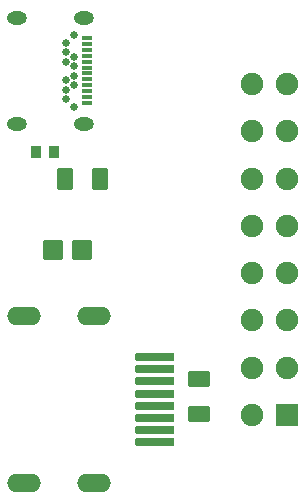
<source format=gts>
G04 Layer: TopSolderMaskLayer*
G04 EasyEDA Pro v2.2.37.7, 2025-04-21 16:56:55*
G04 Gerber Generator version 0.3*
G04 Scale: 100 percent, Rotated: No, Reflected: No*
G04 Dimensions in millimeters*
G04 Leading zeros omitted, absolute positions, 4 integers and 5 decimals*
%FSLAX45Y45*%
%MOMM*%
%AMRoundRect*1,1,$1,$2,$3*1,1,$1,$4,$5*1,1,$1,0-$2,0-$3*1,1,$1,0-$4,0-$5*20,1,$1,$2,$3,$4,$5,0*20,1,$1,$4,$5,0-$2,0-$3,0*20,1,$1,0-$2,0-$3,0-$4,0-$5,0*20,1,$1,0-$4,0-$5,$2,$3,0*4,1,4,$2,$3,$4,$5,0-$2,0-$3,0-$4,0-$5,$2,$3,0*%
%ADD10C,1.9016*%
%ADD11RoundRect,0.09645X-0.90257X0.90257X0.90257X0.90257*%
%ADD12RoundRect,0.0879X1.60685X0.28186X1.60685X-0.28186*%
%ADD13O,2.85201X1.55201*%
%ADD14RoundRect,0.08109X-0.36026X-0.16026X-0.36026X0.16026*%
%ADD15C,0.65161*%
%ADD16O,1.7016X1.1016*%
%ADD17RoundRect,0.09428X0.60742X-0.85416X-0.60742X-0.85416*%
%ADD18RoundRect,0.09138X0.40835X-0.43712X-0.40835X-0.43712*%
%ADD19RoundRect,0.09422X0.7649X-0.7649X-0.7649X-0.7649*%
%ADD20RoundRect,0.09428X0.85416X0.60742X0.85416X-0.60742*%
G75*


G04 Pad Start*
G54D10*
G01X-20700200Y4651200D03*
G01X-20700200Y4251201D03*
G01X-20700200Y3851202D03*
G01X-20700200Y3451202D03*
G01X-20700200Y3051203D03*
G01X-20700200Y2651204D03*
G01X-20700200Y2251205D03*
G01X-20700200Y1851206D03*
G01X-20400188Y4651200D03*
G01X-20400188Y4251201D03*
G01X-20400188Y3851202D03*
G01X-20400188Y3451202D03*
G01X-20400188Y3051203D03*
G01X-20400188Y2651204D03*
G01X-20400188Y2251205D03*
G54D11*
G01X-20400213Y1851206D03*
G54D12*
G01X-21517597Y1624203D03*
G01X-21517597Y1726184D03*
G01X-21517597Y1828190D03*
G01X-21517597Y1930197D03*
G01X-21517597Y2032203D03*
G01X-21517597Y2134184D03*
G01X-21517597Y2236191D03*
G01X-21517597Y2338197D03*
G54D13*
G01X-22627603Y2686202D03*
G01X-22627603Y1276198D03*
G01X-22037611Y2686202D03*
G01X-22037611Y1276198D03*
G54D14*
G01X-22094342Y5042014D03*
G01X-22094342Y4992002D03*
G01X-22094342Y4941989D03*
G01X-22094342Y4892002D03*
G01X-22094342Y4841989D03*
G01X-22094342Y4792002D03*
G01X-22094342Y4741990D03*
G01X-22094342Y4692002D03*
G01X-22094342Y4641990D03*
G01X-22094342Y4592003D03*
G01X-22094342Y4541990D03*
G01X-22094342Y4492003D03*
G54D15*
G01X-22205848Y4457510D03*
G01X-22205848Y5067516D03*
G01X-22275851Y5002517D03*
G01X-22275851Y4522508D03*
G01X-22275851Y4922507D03*
G01X-22275851Y4602518D03*
G01X-22275851Y4842523D03*
G01X-22275851Y4682503D03*
G01X-22205848Y4882502D03*
G01X-22205848Y4642523D03*
G01X-22205848Y4802518D03*
G01X-22205848Y4722508D03*
G54D16*
G01X-22124848Y4312501D03*
G01X-22124848Y5212499D03*
G01X-22685858Y4312501D03*
G01X-22685858Y5212499D03*
G54D17*
G01X-22283979Y3848100D03*
G01X-21988221Y3848100D03*
G54D18*
G01X-22528936Y4076700D03*
G01X-22378264Y4076700D03*
G54D19*
G01X-22138094Y3251200D03*
G01X-22388106Y3251200D03*
G54D20*
G01X-21145500Y1858721D03*
G01X-21145500Y2154479D03*
G04 Pad End*

M02*


</source>
